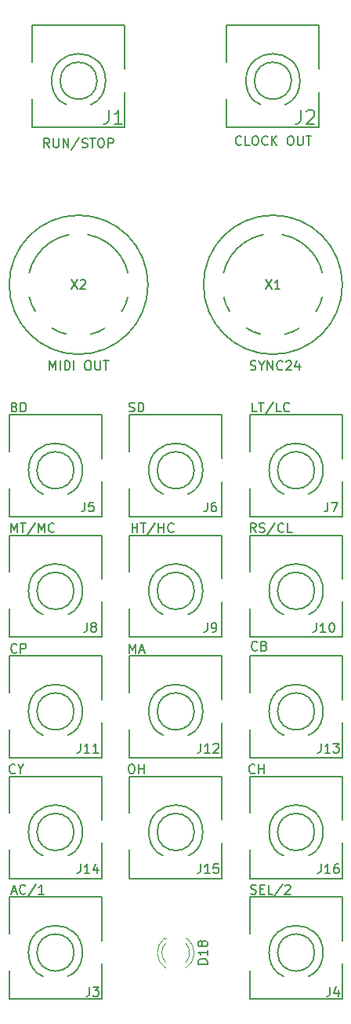
<source format=gto>
G04 #@! TF.FileFunction,Legend,Top*
%FSLAX46Y46*%
G04 Gerber Fmt 4.6, Leading zero omitted, Abs format (unit mm)*
G04 Created by KiCad (PCBNEW 4.0.2-stable) date 2020-09-28 8:48:27 PM*
%MOMM*%
G01*
G04 APERTURE LIST*
%ADD10C,0.200000*%
%ADD11C,0.150000*%
%ADD12C,0.120000*%
%ADD13C,3.225000*%
%ADD14C,2.550000*%
%ADD15R,1.850000X1.850000*%
%ADD16C,1.850000*%
%ADD17R,1.650000X2.050000*%
%ADD18R,2.050000X1.550000*%
%ADD19O,2.050000X1.550000*%
%ADD20O,2.550000X4.050000*%
%ADD21O,2.050000X2.550000*%
%ADD22O,3.550000X1.550000*%
G04 APERTURE END LIST*
D10*
X138607143Y-148654762D02*
X138750000Y-148702381D01*
X138988096Y-148702381D01*
X139083334Y-148654762D01*
X139130953Y-148607143D01*
X139178572Y-148511905D01*
X139178572Y-148416667D01*
X139130953Y-148321429D01*
X139083334Y-148273810D01*
X138988096Y-148226190D01*
X138797619Y-148178571D01*
X138702381Y-148130952D01*
X138654762Y-148083333D01*
X138607143Y-147988095D01*
X138607143Y-147892857D01*
X138654762Y-147797619D01*
X138702381Y-147750000D01*
X138797619Y-147702381D01*
X139035715Y-147702381D01*
X139178572Y-147750000D01*
X139607143Y-148178571D02*
X139940477Y-148178571D01*
X140083334Y-148702381D02*
X139607143Y-148702381D01*
X139607143Y-147702381D01*
X140083334Y-147702381D01*
X140988096Y-148702381D02*
X140511905Y-148702381D01*
X140511905Y-147702381D01*
X142035715Y-147654762D02*
X141178572Y-148940476D01*
X142321429Y-147797619D02*
X142369048Y-147750000D01*
X142464286Y-147702381D01*
X142702382Y-147702381D01*
X142797620Y-147750000D01*
X142845239Y-147797619D01*
X142892858Y-147892857D01*
X142892858Y-147988095D01*
X142845239Y-148130952D01*
X142273810Y-148702381D01*
X142892858Y-148702381D01*
X112761905Y-148416667D02*
X113238096Y-148416667D01*
X112666667Y-148702381D02*
X113000000Y-147702381D01*
X113333334Y-148702381D01*
X114238096Y-148607143D02*
X114190477Y-148654762D01*
X114047620Y-148702381D01*
X113952382Y-148702381D01*
X113809524Y-148654762D01*
X113714286Y-148559524D01*
X113666667Y-148464286D01*
X113619048Y-148273810D01*
X113619048Y-148130952D01*
X113666667Y-147940476D01*
X113714286Y-147845238D01*
X113809524Y-147750000D01*
X113952382Y-147702381D01*
X114047620Y-147702381D01*
X114190477Y-147750000D01*
X114238096Y-147797619D01*
X115380953Y-147654762D02*
X114523810Y-148940476D01*
X116238096Y-148702381D02*
X115666667Y-148702381D01*
X115952381Y-148702381D02*
X115952381Y-147702381D01*
X115857143Y-147845238D01*
X115761905Y-147940476D01*
X115666667Y-147988095D01*
X139035715Y-135607143D02*
X138988096Y-135654762D01*
X138845239Y-135702381D01*
X138750001Y-135702381D01*
X138607143Y-135654762D01*
X138511905Y-135559524D01*
X138464286Y-135464286D01*
X138416667Y-135273810D01*
X138416667Y-135130952D01*
X138464286Y-134940476D01*
X138511905Y-134845238D01*
X138607143Y-134750000D01*
X138750001Y-134702381D01*
X138845239Y-134702381D01*
X138988096Y-134750000D01*
X139035715Y-134797619D01*
X139464286Y-135702381D02*
X139464286Y-134702381D01*
X139464286Y-135178571D02*
X140035715Y-135178571D01*
X140035715Y-135702381D02*
X140035715Y-134702381D01*
X125630952Y-134702381D02*
X125821429Y-134702381D01*
X125916667Y-134750000D01*
X126011905Y-134845238D01*
X126059524Y-135035714D01*
X126059524Y-135369048D01*
X126011905Y-135559524D01*
X125916667Y-135654762D01*
X125821429Y-135702381D01*
X125630952Y-135702381D01*
X125535714Y-135654762D01*
X125440476Y-135559524D01*
X125392857Y-135369048D01*
X125392857Y-135035714D01*
X125440476Y-134845238D01*
X125535714Y-134750000D01*
X125630952Y-134702381D01*
X126488095Y-135702381D02*
X126488095Y-134702381D01*
X126488095Y-135178571D02*
X127059524Y-135178571D01*
X127059524Y-135702381D02*
X127059524Y-134702381D01*
X113130953Y-135607143D02*
X113083334Y-135654762D01*
X112940477Y-135702381D01*
X112845239Y-135702381D01*
X112702381Y-135654762D01*
X112607143Y-135559524D01*
X112559524Y-135464286D01*
X112511905Y-135273810D01*
X112511905Y-135130952D01*
X112559524Y-134940476D01*
X112607143Y-134845238D01*
X112702381Y-134750000D01*
X112845239Y-134702381D01*
X112940477Y-134702381D01*
X113083334Y-134750000D01*
X113130953Y-134797619D01*
X113750000Y-135226190D02*
X113750000Y-135702381D01*
X113416667Y-134702381D02*
X113750000Y-135226190D01*
X114083334Y-134702381D01*
X139309524Y-122357143D02*
X139261905Y-122404762D01*
X139119048Y-122452381D01*
X139023810Y-122452381D01*
X138880952Y-122404762D01*
X138785714Y-122309524D01*
X138738095Y-122214286D01*
X138690476Y-122023810D01*
X138690476Y-121880952D01*
X138738095Y-121690476D01*
X138785714Y-121595238D01*
X138880952Y-121500000D01*
X139023810Y-121452381D01*
X139119048Y-121452381D01*
X139261905Y-121500000D01*
X139309524Y-121547619D01*
X140071429Y-121928571D02*
X140214286Y-121976190D01*
X140261905Y-122023810D01*
X140309524Y-122119048D01*
X140309524Y-122261905D01*
X140261905Y-122357143D01*
X140214286Y-122404762D01*
X140119048Y-122452381D01*
X139738095Y-122452381D01*
X139738095Y-121452381D01*
X140071429Y-121452381D01*
X140166667Y-121500000D01*
X140214286Y-121547619D01*
X140261905Y-121642857D01*
X140261905Y-121738095D01*
X140214286Y-121833333D01*
X140166667Y-121880952D01*
X140071429Y-121928571D01*
X139738095Y-121928571D01*
X125488095Y-122702381D02*
X125488095Y-121702381D01*
X125821429Y-122416667D01*
X126154762Y-121702381D01*
X126154762Y-122702381D01*
X126583333Y-122416667D02*
X127059524Y-122416667D01*
X126488095Y-122702381D02*
X126821428Y-121702381D01*
X127154762Y-122702381D01*
X113309524Y-122607143D02*
X113261905Y-122654762D01*
X113119048Y-122702381D01*
X113023810Y-122702381D01*
X112880952Y-122654762D01*
X112785714Y-122559524D01*
X112738095Y-122464286D01*
X112690476Y-122273810D01*
X112690476Y-122130952D01*
X112738095Y-121940476D01*
X112785714Y-121845238D01*
X112880952Y-121750000D01*
X113023810Y-121702381D01*
X113119048Y-121702381D01*
X113261905Y-121750000D01*
X113309524Y-121797619D01*
X113738095Y-122702381D02*
X113738095Y-121702381D01*
X114119048Y-121702381D01*
X114214286Y-121750000D01*
X114261905Y-121797619D01*
X114309524Y-121892857D01*
X114309524Y-122035714D01*
X114261905Y-122130952D01*
X114214286Y-122178571D01*
X114119048Y-122226190D01*
X113738095Y-122226190D01*
X139154762Y-109702381D02*
X138821428Y-109226190D01*
X138583333Y-109702381D02*
X138583333Y-108702381D01*
X138964286Y-108702381D01*
X139059524Y-108750000D01*
X139107143Y-108797619D01*
X139154762Y-108892857D01*
X139154762Y-109035714D01*
X139107143Y-109130952D01*
X139059524Y-109178571D01*
X138964286Y-109226190D01*
X138583333Y-109226190D01*
X139535714Y-109654762D02*
X139678571Y-109702381D01*
X139916667Y-109702381D01*
X140011905Y-109654762D01*
X140059524Y-109607143D01*
X140107143Y-109511905D01*
X140107143Y-109416667D01*
X140059524Y-109321429D01*
X140011905Y-109273810D01*
X139916667Y-109226190D01*
X139726190Y-109178571D01*
X139630952Y-109130952D01*
X139583333Y-109083333D01*
X139535714Y-108988095D01*
X139535714Y-108892857D01*
X139583333Y-108797619D01*
X139630952Y-108750000D01*
X139726190Y-108702381D01*
X139964286Y-108702381D01*
X140107143Y-108750000D01*
X141250000Y-108654762D02*
X140392857Y-109940476D01*
X142154762Y-109607143D02*
X142107143Y-109654762D01*
X141964286Y-109702381D01*
X141869048Y-109702381D01*
X141726190Y-109654762D01*
X141630952Y-109559524D01*
X141583333Y-109464286D01*
X141535714Y-109273810D01*
X141535714Y-109130952D01*
X141583333Y-108940476D01*
X141630952Y-108845238D01*
X141726190Y-108750000D01*
X141869048Y-108702381D01*
X141964286Y-108702381D01*
X142107143Y-108750000D01*
X142154762Y-108797619D01*
X143059524Y-109702381D02*
X142583333Y-109702381D01*
X142583333Y-108702381D01*
X125785714Y-109702381D02*
X125785714Y-108702381D01*
X125785714Y-109178571D02*
X126357143Y-109178571D01*
X126357143Y-109702381D02*
X126357143Y-108702381D01*
X126690476Y-108702381D02*
X127261905Y-108702381D01*
X126976190Y-109702381D02*
X126976190Y-108702381D01*
X128309524Y-108654762D02*
X127452381Y-109940476D01*
X128642857Y-109702381D02*
X128642857Y-108702381D01*
X128642857Y-109178571D02*
X129214286Y-109178571D01*
X129214286Y-109702381D02*
X129214286Y-108702381D01*
X130261905Y-109607143D02*
X130214286Y-109654762D01*
X130071429Y-109702381D01*
X129976191Y-109702381D01*
X129833333Y-109654762D01*
X129738095Y-109559524D01*
X129690476Y-109464286D01*
X129642857Y-109273810D01*
X129642857Y-109130952D01*
X129690476Y-108940476D01*
X129738095Y-108845238D01*
X129833333Y-108750000D01*
X129976191Y-108702381D01*
X130071429Y-108702381D01*
X130214286Y-108750000D01*
X130261905Y-108797619D01*
X112690476Y-109702381D02*
X112690476Y-108702381D01*
X113023810Y-109416667D01*
X113357143Y-108702381D01*
X113357143Y-109702381D01*
X113690476Y-108702381D02*
X114261905Y-108702381D01*
X113976190Y-109702381D02*
X113976190Y-108702381D01*
X115309524Y-108654762D02*
X114452381Y-109940476D01*
X115642857Y-109702381D02*
X115642857Y-108702381D01*
X115976191Y-109416667D01*
X116309524Y-108702381D01*
X116309524Y-109702381D01*
X117357143Y-109607143D02*
X117309524Y-109654762D01*
X117166667Y-109702381D01*
X117071429Y-109702381D01*
X116928571Y-109654762D01*
X116833333Y-109559524D01*
X116785714Y-109464286D01*
X116738095Y-109273810D01*
X116738095Y-109130952D01*
X116785714Y-108940476D01*
X116833333Y-108845238D01*
X116928571Y-108750000D01*
X117071429Y-108702381D01*
X117166667Y-108702381D01*
X117309524Y-108750000D01*
X117357143Y-108797619D01*
X139250000Y-96702381D02*
X138773809Y-96702381D01*
X138773809Y-95702381D01*
X139440476Y-95702381D02*
X140011905Y-95702381D01*
X139726190Y-96702381D02*
X139726190Y-95702381D01*
X141059524Y-95654762D02*
X140202381Y-96940476D01*
X141869048Y-96702381D02*
X141392857Y-96702381D01*
X141392857Y-95702381D01*
X142773810Y-96607143D02*
X142726191Y-96654762D01*
X142583334Y-96702381D01*
X142488096Y-96702381D01*
X142345238Y-96654762D01*
X142250000Y-96559524D01*
X142202381Y-96464286D01*
X142154762Y-96273810D01*
X142154762Y-96130952D01*
X142202381Y-95940476D01*
X142250000Y-95845238D01*
X142345238Y-95750000D01*
X142488096Y-95702381D01*
X142583334Y-95702381D01*
X142726191Y-95750000D01*
X142773810Y-95797619D01*
X125464286Y-96654762D02*
X125607143Y-96702381D01*
X125845239Y-96702381D01*
X125940477Y-96654762D01*
X125988096Y-96607143D01*
X126035715Y-96511905D01*
X126035715Y-96416667D01*
X125988096Y-96321429D01*
X125940477Y-96273810D01*
X125845239Y-96226190D01*
X125654762Y-96178571D01*
X125559524Y-96130952D01*
X125511905Y-96083333D01*
X125464286Y-95988095D01*
X125464286Y-95892857D01*
X125511905Y-95797619D01*
X125559524Y-95750000D01*
X125654762Y-95702381D01*
X125892858Y-95702381D01*
X126035715Y-95750000D01*
X126464286Y-96702381D02*
X126464286Y-95702381D01*
X126702381Y-95702381D01*
X126845239Y-95750000D01*
X126940477Y-95845238D01*
X126988096Y-95940476D01*
X127035715Y-96130952D01*
X127035715Y-96273810D01*
X126988096Y-96464286D01*
X126940477Y-96559524D01*
X126845239Y-96654762D01*
X126702381Y-96702381D01*
X126464286Y-96702381D01*
X137571429Y-67857143D02*
X137523810Y-67904762D01*
X137380953Y-67952381D01*
X137285715Y-67952381D01*
X137142857Y-67904762D01*
X137047619Y-67809524D01*
X137000000Y-67714286D01*
X136952381Y-67523810D01*
X136952381Y-67380952D01*
X137000000Y-67190476D01*
X137047619Y-67095238D01*
X137142857Y-67000000D01*
X137285715Y-66952381D01*
X137380953Y-66952381D01*
X137523810Y-67000000D01*
X137571429Y-67047619D01*
X138476191Y-67952381D02*
X138000000Y-67952381D01*
X138000000Y-66952381D01*
X139000000Y-66952381D02*
X139190477Y-66952381D01*
X139285715Y-67000000D01*
X139380953Y-67095238D01*
X139428572Y-67285714D01*
X139428572Y-67619048D01*
X139380953Y-67809524D01*
X139285715Y-67904762D01*
X139190477Y-67952381D01*
X139000000Y-67952381D01*
X138904762Y-67904762D01*
X138809524Y-67809524D01*
X138761905Y-67619048D01*
X138761905Y-67285714D01*
X138809524Y-67095238D01*
X138904762Y-67000000D01*
X139000000Y-66952381D01*
X140428572Y-67857143D02*
X140380953Y-67904762D01*
X140238096Y-67952381D01*
X140142858Y-67952381D01*
X140000000Y-67904762D01*
X139904762Y-67809524D01*
X139857143Y-67714286D01*
X139809524Y-67523810D01*
X139809524Y-67380952D01*
X139857143Y-67190476D01*
X139904762Y-67095238D01*
X140000000Y-67000000D01*
X140142858Y-66952381D01*
X140238096Y-66952381D01*
X140380953Y-67000000D01*
X140428572Y-67047619D01*
X140857143Y-67952381D02*
X140857143Y-66952381D01*
X141428572Y-67952381D02*
X141000000Y-67380952D01*
X141428572Y-66952381D02*
X140857143Y-67523810D01*
X142809524Y-66952381D02*
X143000001Y-66952381D01*
X143095239Y-67000000D01*
X143190477Y-67095238D01*
X143238096Y-67285714D01*
X143238096Y-67619048D01*
X143190477Y-67809524D01*
X143095239Y-67904762D01*
X143000001Y-67952381D01*
X142809524Y-67952381D01*
X142714286Y-67904762D01*
X142619048Y-67809524D01*
X142571429Y-67619048D01*
X142571429Y-67285714D01*
X142619048Y-67095238D01*
X142714286Y-67000000D01*
X142809524Y-66952381D01*
X143666667Y-66952381D02*
X143666667Y-67761905D01*
X143714286Y-67857143D01*
X143761905Y-67904762D01*
X143857143Y-67952381D01*
X144047620Y-67952381D01*
X144142858Y-67904762D01*
X144190477Y-67857143D01*
X144238096Y-67761905D01*
X144238096Y-66952381D01*
X144571429Y-66952381D02*
X145142858Y-66952381D01*
X144857143Y-67952381D02*
X144857143Y-66952381D01*
X113071429Y-96178571D02*
X113214286Y-96226190D01*
X113261905Y-96273810D01*
X113309524Y-96369048D01*
X113309524Y-96511905D01*
X113261905Y-96607143D01*
X113214286Y-96654762D01*
X113119048Y-96702381D01*
X112738095Y-96702381D01*
X112738095Y-95702381D01*
X113071429Y-95702381D01*
X113166667Y-95750000D01*
X113214286Y-95797619D01*
X113261905Y-95892857D01*
X113261905Y-95988095D01*
X113214286Y-96083333D01*
X113166667Y-96130952D01*
X113071429Y-96178571D01*
X112738095Y-96178571D01*
X113738095Y-96702381D02*
X113738095Y-95702381D01*
X113976190Y-95702381D01*
X114119048Y-95750000D01*
X114214286Y-95845238D01*
X114261905Y-95940476D01*
X114309524Y-96130952D01*
X114309524Y-96273810D01*
X114261905Y-96464286D01*
X114214286Y-96559524D01*
X114119048Y-96654762D01*
X113976190Y-96702381D01*
X113738095Y-96702381D01*
X116857143Y-68202381D02*
X116523809Y-67726190D01*
X116285714Y-68202381D02*
X116285714Y-67202381D01*
X116666667Y-67202381D01*
X116761905Y-67250000D01*
X116809524Y-67297619D01*
X116857143Y-67392857D01*
X116857143Y-67535714D01*
X116809524Y-67630952D01*
X116761905Y-67678571D01*
X116666667Y-67726190D01*
X116285714Y-67726190D01*
X117285714Y-67202381D02*
X117285714Y-68011905D01*
X117333333Y-68107143D01*
X117380952Y-68154762D01*
X117476190Y-68202381D01*
X117666667Y-68202381D01*
X117761905Y-68154762D01*
X117809524Y-68107143D01*
X117857143Y-68011905D01*
X117857143Y-67202381D01*
X118333333Y-68202381D02*
X118333333Y-67202381D01*
X118904762Y-68202381D01*
X118904762Y-67202381D01*
X120095238Y-67154762D02*
X119238095Y-68440476D01*
X120380952Y-68154762D02*
X120523809Y-68202381D01*
X120761905Y-68202381D01*
X120857143Y-68154762D01*
X120904762Y-68107143D01*
X120952381Y-68011905D01*
X120952381Y-67916667D01*
X120904762Y-67821429D01*
X120857143Y-67773810D01*
X120761905Y-67726190D01*
X120571428Y-67678571D01*
X120476190Y-67630952D01*
X120428571Y-67583333D01*
X120380952Y-67488095D01*
X120380952Y-67392857D01*
X120428571Y-67297619D01*
X120476190Y-67250000D01*
X120571428Y-67202381D01*
X120809524Y-67202381D01*
X120952381Y-67250000D01*
X121238095Y-67202381D02*
X121809524Y-67202381D01*
X121523809Y-68202381D02*
X121523809Y-67202381D01*
X122333333Y-67202381D02*
X122523810Y-67202381D01*
X122619048Y-67250000D01*
X122714286Y-67345238D01*
X122761905Y-67535714D01*
X122761905Y-67869048D01*
X122714286Y-68059524D01*
X122619048Y-68154762D01*
X122523810Y-68202381D01*
X122333333Y-68202381D01*
X122238095Y-68154762D01*
X122142857Y-68059524D01*
X122095238Y-67869048D01*
X122095238Y-67535714D01*
X122142857Y-67345238D01*
X122238095Y-67250000D01*
X122333333Y-67202381D01*
X123190476Y-68202381D02*
X123190476Y-67202381D01*
X123571429Y-67202381D01*
X123666667Y-67250000D01*
X123714286Y-67297619D01*
X123761905Y-67392857D01*
X123761905Y-67535714D01*
X123714286Y-67630952D01*
X123666667Y-67678571D01*
X123571429Y-67726190D01*
X123190476Y-67726190D01*
X116880953Y-92202381D02*
X116880953Y-91202381D01*
X117214287Y-91916667D01*
X117547620Y-91202381D01*
X117547620Y-92202381D01*
X118023810Y-92202381D02*
X118023810Y-91202381D01*
X118500000Y-92202381D02*
X118500000Y-91202381D01*
X118738095Y-91202381D01*
X118880953Y-91250000D01*
X118976191Y-91345238D01*
X119023810Y-91440476D01*
X119071429Y-91630952D01*
X119071429Y-91773810D01*
X119023810Y-91964286D01*
X118976191Y-92059524D01*
X118880953Y-92154762D01*
X118738095Y-92202381D01*
X118500000Y-92202381D01*
X119500000Y-92202381D02*
X119500000Y-91202381D01*
X120928571Y-91202381D02*
X121119048Y-91202381D01*
X121214286Y-91250000D01*
X121309524Y-91345238D01*
X121357143Y-91535714D01*
X121357143Y-91869048D01*
X121309524Y-92059524D01*
X121214286Y-92154762D01*
X121119048Y-92202381D01*
X120928571Y-92202381D01*
X120833333Y-92154762D01*
X120738095Y-92059524D01*
X120690476Y-91869048D01*
X120690476Y-91535714D01*
X120738095Y-91345238D01*
X120833333Y-91250000D01*
X120928571Y-91202381D01*
X121785714Y-91202381D02*
X121785714Y-92011905D01*
X121833333Y-92107143D01*
X121880952Y-92154762D01*
X121976190Y-92202381D01*
X122166667Y-92202381D01*
X122261905Y-92154762D01*
X122309524Y-92107143D01*
X122357143Y-92011905D01*
X122357143Y-91202381D01*
X122690476Y-91202381D02*
X123261905Y-91202381D01*
X122976190Y-92202381D02*
X122976190Y-91202381D01*
X138559524Y-92154762D02*
X138702381Y-92202381D01*
X138940477Y-92202381D01*
X139035715Y-92154762D01*
X139083334Y-92107143D01*
X139130953Y-92011905D01*
X139130953Y-91916667D01*
X139083334Y-91821429D01*
X139035715Y-91773810D01*
X138940477Y-91726190D01*
X138750000Y-91678571D01*
X138654762Y-91630952D01*
X138607143Y-91583333D01*
X138559524Y-91488095D01*
X138559524Y-91392857D01*
X138607143Y-91297619D01*
X138654762Y-91250000D01*
X138750000Y-91202381D01*
X138988096Y-91202381D01*
X139130953Y-91250000D01*
X139750000Y-91726190D02*
X139750000Y-92202381D01*
X139416667Y-91202381D02*
X139750000Y-91726190D01*
X140083334Y-91202381D01*
X140416667Y-92202381D02*
X140416667Y-91202381D01*
X140988096Y-92202381D01*
X140988096Y-91202381D01*
X142035715Y-92107143D02*
X141988096Y-92154762D01*
X141845239Y-92202381D01*
X141750001Y-92202381D01*
X141607143Y-92154762D01*
X141511905Y-92059524D01*
X141464286Y-91964286D01*
X141416667Y-91773810D01*
X141416667Y-91630952D01*
X141464286Y-91440476D01*
X141511905Y-91345238D01*
X141607143Y-91250000D01*
X141750001Y-91202381D01*
X141845239Y-91202381D01*
X141988096Y-91250000D01*
X142035715Y-91297619D01*
X142416667Y-91297619D02*
X142464286Y-91250000D01*
X142559524Y-91202381D01*
X142797620Y-91202381D01*
X142892858Y-91250000D01*
X142940477Y-91297619D01*
X142988096Y-91392857D01*
X142988096Y-91488095D01*
X142940477Y-91630952D01*
X142369048Y-92202381D01*
X142988096Y-92202381D01*
X143845239Y-91535714D02*
X143845239Y-92202381D01*
X143607143Y-91154762D02*
X143369048Y-91869048D01*
X143988096Y-91869048D01*
D11*
X146500000Y-83000000D02*
G75*
G03X146500000Y-83000000I-5500000J0D01*
G01*
X148500000Y-83000000D02*
G75*
G03X148500000Y-83000000I-7500000J0D01*
G01*
D12*
X131578608Y-156692335D02*
G75*
G03X131735516Y-153460000I-1078608J1672335D01*
G01*
X129421392Y-156692335D02*
G75*
G02X129264484Y-153460000I1078608J1672335D01*
G01*
X131579837Y-156061130D02*
G75*
G03X131580000Y-153979039I-1079837J1041130D01*
G01*
X129420163Y-156061130D02*
G75*
G02X129420000Y-153979039I1079837J1041130D01*
G01*
X131736000Y-153460000D02*
X131580000Y-153460000D01*
X129420000Y-153460000D02*
X129264000Y-153460000D01*
D11*
X122915476Y-61000000D02*
G75*
G03X122915476Y-61000000I-2915476J0D01*
G01*
X125000000Y-66000000D02*
X115000000Y-66000000D01*
X115000000Y-66000000D02*
X115000000Y-55000000D01*
X115000000Y-55000000D02*
X125000000Y-55000000D01*
X125000000Y-55000000D02*
X125000000Y-66000000D01*
X122000000Y-61000000D02*
G75*
G03X122000000Y-61000000I-2000000J0D01*
G01*
X143915476Y-61000000D02*
G75*
G03X143915476Y-61000000I-2915476J0D01*
G01*
X146000000Y-66000000D02*
X136000000Y-66000000D01*
X136000000Y-66000000D02*
X136000000Y-55000000D01*
X136000000Y-55000000D02*
X146000000Y-55000000D01*
X146000000Y-55000000D02*
X146000000Y-66000000D01*
X143000000Y-61000000D02*
G75*
G03X143000000Y-61000000I-2000000J0D01*
G01*
X120415476Y-155000000D02*
G75*
G03X120415476Y-155000000I-2915476J0D01*
G01*
X122500000Y-160000000D02*
X112500000Y-160000000D01*
X112500000Y-160000000D02*
X112500000Y-149000000D01*
X112500000Y-149000000D02*
X122500000Y-149000000D01*
X122500000Y-149000000D02*
X122500000Y-160000000D01*
X119500000Y-155000000D02*
G75*
G03X119500000Y-155000000I-2000000J0D01*
G01*
X146415476Y-155000000D02*
G75*
G03X146415476Y-155000000I-2915476J0D01*
G01*
X148500000Y-160000000D02*
X138500000Y-160000000D01*
X138500000Y-160000000D02*
X138500000Y-149000000D01*
X138500000Y-149000000D02*
X148500000Y-149000000D01*
X148500000Y-149000000D02*
X148500000Y-160000000D01*
X145500000Y-155000000D02*
G75*
G03X145500000Y-155000000I-2000000J0D01*
G01*
X120415476Y-103000000D02*
G75*
G03X120415476Y-103000000I-2915476J0D01*
G01*
X122500000Y-108000000D02*
X112500000Y-108000000D01*
X112500000Y-108000000D02*
X112500000Y-97000000D01*
X112500000Y-97000000D02*
X122500000Y-97000000D01*
X122500000Y-97000000D02*
X122500000Y-108000000D01*
X119500000Y-103000000D02*
G75*
G03X119500000Y-103000000I-2000000J0D01*
G01*
X133415476Y-103000000D02*
G75*
G03X133415476Y-103000000I-2915476J0D01*
G01*
X135500000Y-108000000D02*
X125500000Y-108000000D01*
X125500000Y-108000000D02*
X125500000Y-97000000D01*
X125500000Y-97000000D02*
X135500000Y-97000000D01*
X135500000Y-97000000D02*
X135500000Y-108000000D01*
X132500000Y-103000000D02*
G75*
G03X132500000Y-103000000I-2000000J0D01*
G01*
X146415476Y-103000000D02*
G75*
G03X146415476Y-103000000I-2915476J0D01*
G01*
X148500000Y-108000000D02*
X138500000Y-108000000D01*
X138500000Y-108000000D02*
X138500000Y-97000000D01*
X138500000Y-97000000D02*
X148500000Y-97000000D01*
X148500000Y-97000000D02*
X148500000Y-108000000D01*
X145500000Y-103000000D02*
G75*
G03X145500000Y-103000000I-2000000J0D01*
G01*
X120415476Y-116000000D02*
G75*
G03X120415476Y-116000000I-2915476J0D01*
G01*
X122500000Y-121000000D02*
X112500000Y-121000000D01*
X112500000Y-121000000D02*
X112500000Y-110000000D01*
X112500000Y-110000000D02*
X122500000Y-110000000D01*
X122500000Y-110000000D02*
X122500000Y-121000000D01*
X119500000Y-116000000D02*
G75*
G03X119500000Y-116000000I-2000000J0D01*
G01*
X133415476Y-116000000D02*
G75*
G03X133415476Y-116000000I-2915476J0D01*
G01*
X135500000Y-121000000D02*
X125500000Y-121000000D01*
X125500000Y-121000000D02*
X125500000Y-110000000D01*
X125500000Y-110000000D02*
X135500000Y-110000000D01*
X135500000Y-110000000D02*
X135500000Y-121000000D01*
X132500000Y-116000000D02*
G75*
G03X132500000Y-116000000I-2000000J0D01*
G01*
X146415476Y-116000000D02*
G75*
G03X146415476Y-116000000I-2915476J0D01*
G01*
X148500000Y-121000000D02*
X138500000Y-121000000D01*
X138500000Y-121000000D02*
X138500000Y-110000000D01*
X138500000Y-110000000D02*
X148500000Y-110000000D01*
X148500000Y-110000000D02*
X148500000Y-121000000D01*
X145500000Y-116000000D02*
G75*
G03X145500000Y-116000000I-2000000J0D01*
G01*
X120415476Y-129000000D02*
G75*
G03X120415476Y-129000000I-2915476J0D01*
G01*
X122500000Y-134000000D02*
X112500000Y-134000000D01*
X112500000Y-134000000D02*
X112500000Y-123000000D01*
X112500000Y-123000000D02*
X122500000Y-123000000D01*
X122500000Y-123000000D02*
X122500000Y-134000000D01*
X119500000Y-129000000D02*
G75*
G03X119500000Y-129000000I-2000000J0D01*
G01*
X133415476Y-129000000D02*
G75*
G03X133415476Y-129000000I-2915476J0D01*
G01*
X135500000Y-134000000D02*
X125500000Y-134000000D01*
X125500000Y-134000000D02*
X125500000Y-123000000D01*
X125500000Y-123000000D02*
X135500000Y-123000000D01*
X135500000Y-123000000D02*
X135500000Y-134000000D01*
X132500000Y-129000000D02*
G75*
G03X132500000Y-129000000I-2000000J0D01*
G01*
X146415476Y-129000000D02*
G75*
G03X146415476Y-129000000I-2915476J0D01*
G01*
X148500000Y-134000000D02*
X138500000Y-134000000D01*
X138500000Y-134000000D02*
X138500000Y-123000000D01*
X138500000Y-123000000D02*
X148500000Y-123000000D01*
X148500000Y-123000000D02*
X148500000Y-134000000D01*
X145500000Y-129000000D02*
G75*
G03X145500000Y-129000000I-2000000J0D01*
G01*
X120415476Y-142000000D02*
G75*
G03X120415476Y-142000000I-2915476J0D01*
G01*
X122500000Y-147000000D02*
X112500000Y-147000000D01*
X112500000Y-147000000D02*
X112500000Y-136000000D01*
X112500000Y-136000000D02*
X122500000Y-136000000D01*
X122500000Y-136000000D02*
X122500000Y-147000000D01*
X119500000Y-142000000D02*
G75*
G03X119500000Y-142000000I-2000000J0D01*
G01*
X133415476Y-142000000D02*
G75*
G03X133415476Y-142000000I-2915476J0D01*
G01*
X135500000Y-147000000D02*
X125500000Y-147000000D01*
X125500000Y-147000000D02*
X125500000Y-136000000D01*
X125500000Y-136000000D02*
X135500000Y-136000000D01*
X135500000Y-136000000D02*
X135500000Y-147000000D01*
X132500000Y-142000000D02*
G75*
G03X132500000Y-142000000I-2000000J0D01*
G01*
X146415476Y-142000000D02*
G75*
G03X146415476Y-142000000I-2915476J0D01*
G01*
X148500000Y-147000000D02*
X138500000Y-147000000D01*
X138500000Y-147000000D02*
X138500000Y-136000000D01*
X138500000Y-136000000D02*
X148500000Y-136000000D01*
X148500000Y-136000000D02*
X148500000Y-147000000D01*
X145500000Y-142000000D02*
G75*
G03X145500000Y-142000000I-2000000J0D01*
G01*
X125500000Y-83000000D02*
G75*
G03X125500000Y-83000000I-5500000J0D01*
G01*
X127500000Y-83000000D02*
G75*
G03X127500000Y-83000000I-7500000J0D01*
G01*
X140190476Y-82452381D02*
X140857143Y-83452381D01*
X140857143Y-82452381D02*
X140190476Y-83452381D01*
X141761905Y-83452381D02*
X141190476Y-83452381D01*
X141476190Y-83452381D02*
X141476190Y-82452381D01*
X141380952Y-82595238D01*
X141285714Y-82690476D01*
X141190476Y-82738095D01*
X133912381Y-156234286D02*
X132912381Y-156234286D01*
X132912381Y-155996191D01*
X132960000Y-155853333D01*
X133055238Y-155758095D01*
X133150476Y-155710476D01*
X133340952Y-155662857D01*
X133483810Y-155662857D01*
X133674286Y-155710476D01*
X133769524Y-155758095D01*
X133864762Y-155853333D01*
X133912381Y-155996191D01*
X133912381Y-156234286D01*
X133912381Y-154710476D02*
X133912381Y-155281905D01*
X133912381Y-154996191D02*
X132912381Y-154996191D01*
X133055238Y-155091429D01*
X133150476Y-155186667D01*
X133198095Y-155281905D01*
X133340952Y-154139048D02*
X133293333Y-154234286D01*
X133245714Y-154281905D01*
X133150476Y-154329524D01*
X133102857Y-154329524D01*
X133007619Y-154281905D01*
X132960000Y-154234286D01*
X132912381Y-154139048D01*
X132912381Y-153948571D01*
X132960000Y-153853333D01*
X133007619Y-153805714D01*
X133102857Y-153758095D01*
X133150476Y-153758095D01*
X133245714Y-153805714D01*
X133293333Y-153853333D01*
X133340952Y-153948571D01*
X133340952Y-154139048D01*
X133388571Y-154234286D01*
X133436190Y-154281905D01*
X133531429Y-154329524D01*
X133721905Y-154329524D01*
X133817143Y-154281905D01*
X133864762Y-154234286D01*
X133912381Y-154139048D01*
X133912381Y-153948571D01*
X133864762Y-153853333D01*
X133817143Y-153805714D01*
X133721905Y-153758095D01*
X133531429Y-153758095D01*
X133436190Y-153805714D01*
X133388571Y-153853333D01*
X133340952Y-153948571D01*
X123250000Y-64178571D02*
X123250000Y-65250000D01*
X123178572Y-65464286D01*
X123035715Y-65607143D01*
X122821429Y-65678571D01*
X122678572Y-65678571D01*
X124750000Y-65678571D02*
X123892857Y-65678571D01*
X124321429Y-65678571D02*
X124321429Y-64178571D01*
X124178572Y-64392857D01*
X124035714Y-64535714D01*
X123892857Y-64607143D01*
X144000000Y-64178571D02*
X144000000Y-65250000D01*
X143928572Y-65464286D01*
X143785715Y-65607143D01*
X143571429Y-65678571D01*
X143428572Y-65678571D01*
X144642857Y-64321429D02*
X144714286Y-64250000D01*
X144857143Y-64178571D01*
X145214286Y-64178571D01*
X145357143Y-64250000D01*
X145428572Y-64321429D01*
X145500000Y-64464286D01*
X145500000Y-64607143D01*
X145428572Y-64821429D01*
X144571429Y-65678571D01*
X145500000Y-65678571D01*
X121166667Y-158702381D02*
X121166667Y-159416667D01*
X121119047Y-159559524D01*
X121023809Y-159654762D01*
X120880952Y-159702381D01*
X120785714Y-159702381D01*
X121547619Y-158702381D02*
X122166667Y-158702381D01*
X121833333Y-159083333D01*
X121976191Y-159083333D01*
X122071429Y-159130952D01*
X122119048Y-159178571D01*
X122166667Y-159273810D01*
X122166667Y-159511905D01*
X122119048Y-159607143D01*
X122071429Y-159654762D01*
X121976191Y-159702381D01*
X121690476Y-159702381D01*
X121595238Y-159654762D01*
X121547619Y-159607143D01*
X147166667Y-158702381D02*
X147166667Y-159416667D01*
X147119047Y-159559524D01*
X147023809Y-159654762D01*
X146880952Y-159702381D01*
X146785714Y-159702381D01*
X148071429Y-159035714D02*
X148071429Y-159702381D01*
X147833333Y-158654762D02*
X147595238Y-159369048D01*
X148214286Y-159369048D01*
X120666667Y-106452381D02*
X120666667Y-107166667D01*
X120619047Y-107309524D01*
X120523809Y-107404762D01*
X120380952Y-107452381D01*
X120285714Y-107452381D01*
X121619048Y-106452381D02*
X121142857Y-106452381D01*
X121095238Y-106928571D01*
X121142857Y-106880952D01*
X121238095Y-106833333D01*
X121476191Y-106833333D01*
X121571429Y-106880952D01*
X121619048Y-106928571D01*
X121666667Y-107023810D01*
X121666667Y-107261905D01*
X121619048Y-107357143D01*
X121571429Y-107404762D01*
X121476191Y-107452381D01*
X121238095Y-107452381D01*
X121142857Y-107404762D01*
X121095238Y-107357143D01*
X133916667Y-106452381D02*
X133916667Y-107166667D01*
X133869047Y-107309524D01*
X133773809Y-107404762D01*
X133630952Y-107452381D01*
X133535714Y-107452381D01*
X134821429Y-106452381D02*
X134630952Y-106452381D01*
X134535714Y-106500000D01*
X134488095Y-106547619D01*
X134392857Y-106690476D01*
X134345238Y-106880952D01*
X134345238Y-107261905D01*
X134392857Y-107357143D01*
X134440476Y-107404762D01*
X134535714Y-107452381D01*
X134726191Y-107452381D01*
X134821429Y-107404762D01*
X134869048Y-107357143D01*
X134916667Y-107261905D01*
X134916667Y-107023810D01*
X134869048Y-106928571D01*
X134821429Y-106880952D01*
X134726191Y-106833333D01*
X134535714Y-106833333D01*
X134440476Y-106880952D01*
X134392857Y-106928571D01*
X134345238Y-107023810D01*
X146916667Y-106452381D02*
X146916667Y-107166667D01*
X146869047Y-107309524D01*
X146773809Y-107404762D01*
X146630952Y-107452381D01*
X146535714Y-107452381D01*
X147297619Y-106452381D02*
X147964286Y-106452381D01*
X147535714Y-107452381D01*
X120916667Y-119452381D02*
X120916667Y-120166667D01*
X120869047Y-120309524D01*
X120773809Y-120404762D01*
X120630952Y-120452381D01*
X120535714Y-120452381D01*
X121535714Y-119880952D02*
X121440476Y-119833333D01*
X121392857Y-119785714D01*
X121345238Y-119690476D01*
X121345238Y-119642857D01*
X121392857Y-119547619D01*
X121440476Y-119500000D01*
X121535714Y-119452381D01*
X121726191Y-119452381D01*
X121821429Y-119500000D01*
X121869048Y-119547619D01*
X121916667Y-119642857D01*
X121916667Y-119690476D01*
X121869048Y-119785714D01*
X121821429Y-119833333D01*
X121726191Y-119880952D01*
X121535714Y-119880952D01*
X121440476Y-119928571D01*
X121392857Y-119976190D01*
X121345238Y-120071429D01*
X121345238Y-120261905D01*
X121392857Y-120357143D01*
X121440476Y-120404762D01*
X121535714Y-120452381D01*
X121726191Y-120452381D01*
X121821429Y-120404762D01*
X121869048Y-120357143D01*
X121916667Y-120261905D01*
X121916667Y-120071429D01*
X121869048Y-119976190D01*
X121821429Y-119928571D01*
X121726191Y-119880952D01*
X133916667Y-119452381D02*
X133916667Y-120166667D01*
X133869047Y-120309524D01*
X133773809Y-120404762D01*
X133630952Y-120452381D01*
X133535714Y-120452381D01*
X134440476Y-120452381D02*
X134630952Y-120452381D01*
X134726191Y-120404762D01*
X134773810Y-120357143D01*
X134869048Y-120214286D01*
X134916667Y-120023810D01*
X134916667Y-119642857D01*
X134869048Y-119547619D01*
X134821429Y-119500000D01*
X134726191Y-119452381D01*
X134535714Y-119452381D01*
X134440476Y-119500000D01*
X134392857Y-119547619D01*
X134345238Y-119642857D01*
X134345238Y-119880952D01*
X134392857Y-119976190D01*
X134440476Y-120023810D01*
X134535714Y-120071429D01*
X134726191Y-120071429D01*
X134821429Y-120023810D01*
X134869048Y-119976190D01*
X134916667Y-119880952D01*
X145690477Y-119452381D02*
X145690477Y-120166667D01*
X145642857Y-120309524D01*
X145547619Y-120404762D01*
X145404762Y-120452381D01*
X145309524Y-120452381D01*
X146690477Y-120452381D02*
X146119048Y-120452381D01*
X146404762Y-120452381D02*
X146404762Y-119452381D01*
X146309524Y-119595238D01*
X146214286Y-119690476D01*
X146119048Y-119738095D01*
X147309524Y-119452381D02*
X147404763Y-119452381D01*
X147500001Y-119500000D01*
X147547620Y-119547619D01*
X147595239Y-119642857D01*
X147642858Y-119833333D01*
X147642858Y-120071429D01*
X147595239Y-120261905D01*
X147547620Y-120357143D01*
X147500001Y-120404762D01*
X147404763Y-120452381D01*
X147309524Y-120452381D01*
X147214286Y-120404762D01*
X147166667Y-120357143D01*
X147119048Y-120261905D01*
X147071429Y-120071429D01*
X147071429Y-119833333D01*
X147119048Y-119642857D01*
X147166667Y-119547619D01*
X147214286Y-119500000D01*
X147309524Y-119452381D01*
X120190477Y-132452381D02*
X120190477Y-133166667D01*
X120142857Y-133309524D01*
X120047619Y-133404762D01*
X119904762Y-133452381D01*
X119809524Y-133452381D01*
X121190477Y-133452381D02*
X120619048Y-133452381D01*
X120904762Y-133452381D02*
X120904762Y-132452381D01*
X120809524Y-132595238D01*
X120714286Y-132690476D01*
X120619048Y-132738095D01*
X122142858Y-133452381D02*
X121571429Y-133452381D01*
X121857143Y-133452381D02*
X121857143Y-132452381D01*
X121761905Y-132595238D01*
X121666667Y-132690476D01*
X121571429Y-132738095D01*
X133190477Y-132452381D02*
X133190477Y-133166667D01*
X133142857Y-133309524D01*
X133047619Y-133404762D01*
X132904762Y-133452381D01*
X132809524Y-133452381D01*
X134190477Y-133452381D02*
X133619048Y-133452381D01*
X133904762Y-133452381D02*
X133904762Y-132452381D01*
X133809524Y-132595238D01*
X133714286Y-132690476D01*
X133619048Y-132738095D01*
X134571429Y-132547619D02*
X134619048Y-132500000D01*
X134714286Y-132452381D01*
X134952382Y-132452381D01*
X135047620Y-132500000D01*
X135095239Y-132547619D01*
X135142858Y-132642857D01*
X135142858Y-132738095D01*
X135095239Y-132880952D01*
X134523810Y-133452381D01*
X135142858Y-133452381D01*
X146190477Y-132452381D02*
X146190477Y-133166667D01*
X146142857Y-133309524D01*
X146047619Y-133404762D01*
X145904762Y-133452381D01*
X145809524Y-133452381D01*
X147190477Y-133452381D02*
X146619048Y-133452381D01*
X146904762Y-133452381D02*
X146904762Y-132452381D01*
X146809524Y-132595238D01*
X146714286Y-132690476D01*
X146619048Y-132738095D01*
X147523810Y-132452381D02*
X148142858Y-132452381D01*
X147809524Y-132833333D01*
X147952382Y-132833333D01*
X148047620Y-132880952D01*
X148095239Y-132928571D01*
X148142858Y-133023810D01*
X148142858Y-133261905D01*
X148095239Y-133357143D01*
X148047620Y-133404762D01*
X147952382Y-133452381D01*
X147666667Y-133452381D01*
X147571429Y-133404762D01*
X147523810Y-133357143D01*
X120190477Y-145452381D02*
X120190477Y-146166667D01*
X120142857Y-146309524D01*
X120047619Y-146404762D01*
X119904762Y-146452381D01*
X119809524Y-146452381D01*
X121190477Y-146452381D02*
X120619048Y-146452381D01*
X120904762Y-146452381D02*
X120904762Y-145452381D01*
X120809524Y-145595238D01*
X120714286Y-145690476D01*
X120619048Y-145738095D01*
X122047620Y-145785714D02*
X122047620Y-146452381D01*
X121809524Y-145404762D02*
X121571429Y-146119048D01*
X122190477Y-146119048D01*
X133190477Y-145452381D02*
X133190477Y-146166667D01*
X133142857Y-146309524D01*
X133047619Y-146404762D01*
X132904762Y-146452381D01*
X132809524Y-146452381D01*
X134190477Y-146452381D02*
X133619048Y-146452381D01*
X133904762Y-146452381D02*
X133904762Y-145452381D01*
X133809524Y-145595238D01*
X133714286Y-145690476D01*
X133619048Y-145738095D01*
X135095239Y-145452381D02*
X134619048Y-145452381D01*
X134571429Y-145928571D01*
X134619048Y-145880952D01*
X134714286Y-145833333D01*
X134952382Y-145833333D01*
X135047620Y-145880952D01*
X135095239Y-145928571D01*
X135142858Y-146023810D01*
X135142858Y-146261905D01*
X135095239Y-146357143D01*
X135047620Y-146404762D01*
X134952382Y-146452381D01*
X134714286Y-146452381D01*
X134619048Y-146404762D01*
X134571429Y-146357143D01*
X146190477Y-145452381D02*
X146190477Y-146166667D01*
X146142857Y-146309524D01*
X146047619Y-146404762D01*
X145904762Y-146452381D01*
X145809524Y-146452381D01*
X147190477Y-146452381D02*
X146619048Y-146452381D01*
X146904762Y-146452381D02*
X146904762Y-145452381D01*
X146809524Y-145595238D01*
X146714286Y-145690476D01*
X146619048Y-145738095D01*
X148047620Y-145452381D02*
X147857143Y-145452381D01*
X147761905Y-145500000D01*
X147714286Y-145547619D01*
X147619048Y-145690476D01*
X147571429Y-145880952D01*
X147571429Y-146261905D01*
X147619048Y-146357143D01*
X147666667Y-146404762D01*
X147761905Y-146452381D01*
X147952382Y-146452381D01*
X148047620Y-146404762D01*
X148095239Y-146357143D01*
X148142858Y-146261905D01*
X148142858Y-146023810D01*
X148095239Y-145928571D01*
X148047620Y-145880952D01*
X147952382Y-145833333D01*
X147761905Y-145833333D01*
X147666667Y-145880952D01*
X147619048Y-145928571D01*
X147571429Y-146023810D01*
X119190476Y-82452381D02*
X119857143Y-83452381D01*
X119857143Y-82452381D02*
X119190476Y-83452381D01*
X120190476Y-82547619D02*
X120238095Y-82500000D01*
X120333333Y-82452381D01*
X120571429Y-82452381D01*
X120666667Y-82500000D01*
X120714286Y-82547619D01*
X120761905Y-82642857D01*
X120761905Y-82738095D01*
X120714286Y-82880952D01*
X120142857Y-83452381D01*
X120761905Y-83452381D01*
%LPC*%
D13*
X143300000Y-93900000D03*
X124000000Y-147900000D03*
X131700000Y-75800000D03*
D14*
X135500000Y-83000000D03*
X146500000Y-83000000D03*
X141000000Y-88500000D03*
X141000000Y-78500000D03*
X137110000Y-86890000D03*
X144890000Y-86890000D03*
D15*
X130500000Y-153250000D03*
D16*
X130500000Y-156750000D03*
D17*
X130500000Y-155000000D03*
D18*
X132020000Y-85960000D03*
D19*
X128980000Y-85960000D03*
X132020000Y-88500000D03*
X128980000Y-88500000D03*
X132020000Y-91040000D03*
X128980000Y-91040000D03*
D20*
X115300000Y-61000000D03*
D21*
X124700000Y-61000000D03*
D22*
X120000000Y-56100000D03*
X120000000Y-64300000D03*
D20*
X136300000Y-61000000D03*
D21*
X145700000Y-61000000D03*
D22*
X141000000Y-56100000D03*
X141000000Y-64300000D03*
D20*
X112800000Y-155000000D03*
D21*
X122200000Y-155000000D03*
D22*
X117500000Y-150100000D03*
X117500000Y-158300000D03*
D20*
X138800000Y-155000000D03*
D21*
X148200000Y-155000000D03*
D22*
X143500000Y-150100000D03*
X143500000Y-158300000D03*
D20*
X112800000Y-103000000D03*
D21*
X122200000Y-103000000D03*
D22*
X117500000Y-98100000D03*
X117500000Y-106300000D03*
D20*
X125800000Y-103000000D03*
D21*
X135200000Y-103000000D03*
D22*
X130500000Y-98100000D03*
X130500000Y-106300000D03*
D20*
X138800000Y-103000000D03*
D21*
X148200000Y-103000000D03*
D22*
X143500000Y-98100000D03*
X143500000Y-106300000D03*
D20*
X112800000Y-116000000D03*
D21*
X122200000Y-116000000D03*
D22*
X117500000Y-111100000D03*
X117500000Y-119300000D03*
D20*
X125800000Y-116000000D03*
D21*
X135200000Y-116000000D03*
D22*
X130500000Y-111100000D03*
X130500000Y-119300000D03*
D20*
X138800000Y-116000000D03*
D21*
X148200000Y-116000000D03*
D22*
X143500000Y-111100000D03*
X143500000Y-119300000D03*
D20*
X112800000Y-129000000D03*
D21*
X122200000Y-129000000D03*
D22*
X117500000Y-124100000D03*
X117500000Y-132300000D03*
D20*
X125800000Y-129000000D03*
D21*
X135200000Y-129000000D03*
D22*
X130500000Y-124100000D03*
X130500000Y-132300000D03*
D20*
X138800000Y-129000000D03*
D21*
X148200000Y-129000000D03*
D22*
X143500000Y-124100000D03*
X143500000Y-132300000D03*
D20*
X112800000Y-142000000D03*
D21*
X122200000Y-142000000D03*
D22*
X117500000Y-137100000D03*
X117500000Y-145300000D03*
D20*
X125800000Y-142000000D03*
D21*
X135200000Y-142000000D03*
D22*
X130500000Y-137100000D03*
X130500000Y-145300000D03*
D20*
X138800000Y-142000000D03*
D21*
X148200000Y-142000000D03*
D22*
X143500000Y-137100000D03*
X143500000Y-145300000D03*
D19*
X128980000Y-68310000D03*
X132020000Y-68310000D03*
D18*
X132020000Y-60690000D03*
D19*
X128980000Y-60690000D03*
X132020000Y-63230000D03*
X128980000Y-63230000D03*
X132020000Y-65770000D03*
X128980000Y-65770000D03*
D14*
X114500000Y-83000000D03*
X125500000Y-83000000D03*
X120000000Y-88500000D03*
X120000000Y-78500000D03*
X116110000Y-86890000D03*
X123890000Y-86890000D03*
D13*
X114500000Y-93750000D03*
M02*

</source>
